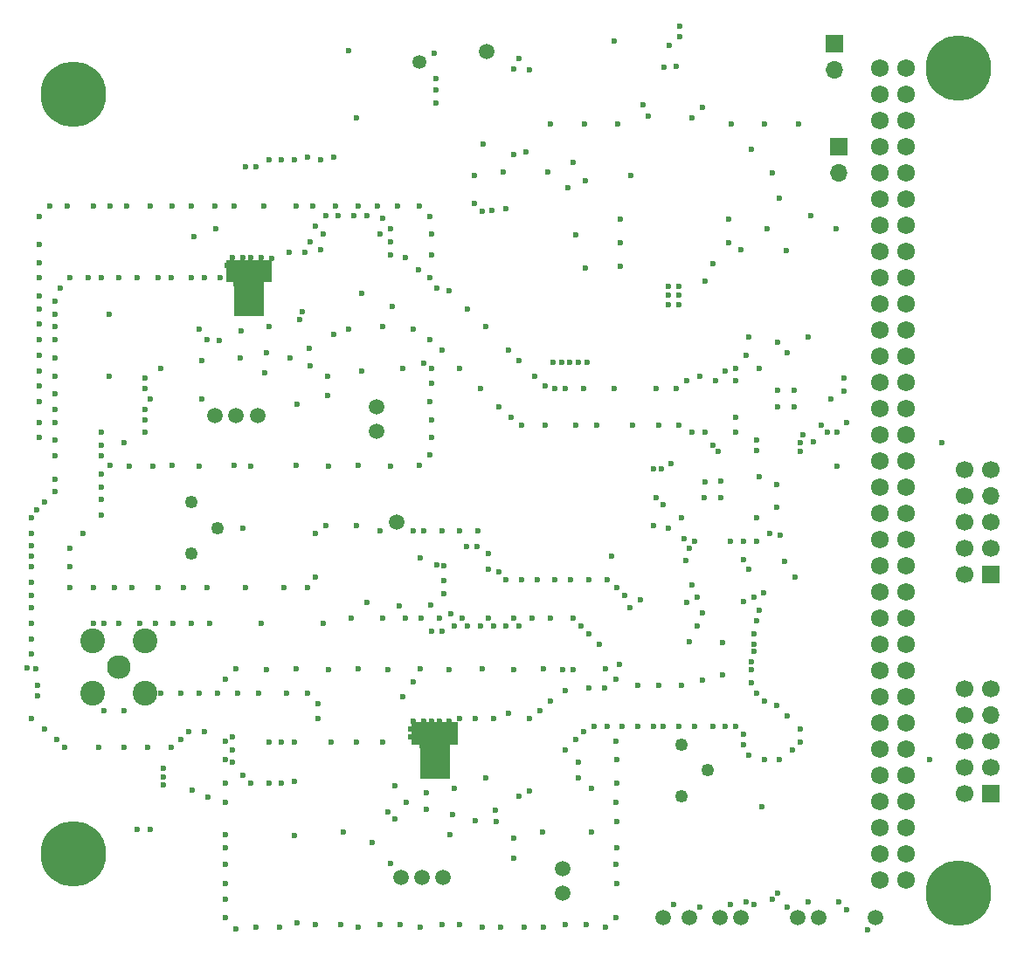
<source format=gbr>
G04 #@! TF.FileFunction,Soldermask,Bot*
%FSLAX46Y46*%
G04 Gerber Fmt 4.6, Leading zero omitted, Abs format (unit mm)*
G04 Created by KiCad (PCBNEW 4.0.7-e2-6376~58~ubuntu16.04.1) date Fri Apr 27 22:58:45 2018*
%MOMM*%
%LPD*%
G01*
G04 APERTURE LIST*
%ADD10C,0.100000*%
%ADD11C,1.500000*%
%ADD12C,1.250000*%
%ADD13R,1.700000X1.700000*%
%ADD14C,1.700000*%
%ADD15O,1.700000X1.700000*%
%ADD16C,1.720000*%
%ADD17C,6.350000*%
%ADD18C,2.400000*%
%ADD19C,2.300000*%
%ADD20C,1.350000*%
%ADD21C,0.600000*%
%ADD22C,0.025400*%
G04 APERTURE END LIST*
D10*
D11*
X189750000Y-145750000D03*
X195250000Y-145750000D03*
X187750000Y-145750000D03*
X182250000Y-145750000D03*
X157580000Y-61820000D03*
X148920000Y-107420000D03*
X174750000Y-145750000D03*
X180250000Y-145750000D03*
X177250000Y-145750000D03*
D12*
X176500000Y-134000000D03*
X179000000Y-131500000D03*
X176500000Y-129000000D03*
D11*
X146960000Y-98620000D03*
X164970000Y-143450000D03*
X133340000Y-97070000D03*
X131280000Y-97070000D03*
X135400000Y-97070000D03*
X146960000Y-96220000D03*
X151350000Y-141900000D03*
X149290000Y-141900000D03*
X153410000Y-141900000D03*
X164970000Y-141050000D03*
D13*
X206500000Y-112500000D03*
D14*
X203960000Y-112500000D03*
X206500000Y-109960000D03*
X203960000Y-109960000D03*
X206500000Y-107420000D03*
X203960000Y-107420000D03*
D15*
X206500000Y-104880000D03*
D14*
X203960000Y-104880000D03*
X206500000Y-102340000D03*
X203960000Y-102340000D03*
D13*
X206500000Y-133750000D03*
D14*
X203960000Y-133750000D03*
X206500000Y-131210000D03*
X203960000Y-131210000D03*
X206500000Y-128670000D03*
X203960000Y-128670000D03*
D15*
X206500000Y-126130000D03*
D14*
X203960000Y-126130000D03*
X206500000Y-123590000D03*
X203960000Y-123590000D03*
D16*
X195690000Y-63410000D03*
X195690000Y-65950000D03*
X195690000Y-68490000D03*
X195690000Y-71030000D03*
X195690000Y-73570000D03*
X195690000Y-76110000D03*
X195690000Y-78650000D03*
X195690000Y-81190000D03*
X195690000Y-83730000D03*
X195690000Y-86270000D03*
X195690000Y-88810000D03*
X195690000Y-91350000D03*
X195690000Y-93890000D03*
X195690000Y-96430000D03*
X195690000Y-98970000D03*
X195690000Y-101510000D03*
X195690000Y-104050000D03*
X195690000Y-106590000D03*
X195690000Y-109130000D03*
X195690000Y-111670000D03*
X195690000Y-114210000D03*
X195690000Y-116750000D03*
X195690000Y-119290000D03*
X195690000Y-121830000D03*
X195690000Y-124370000D03*
X195690000Y-126910000D03*
X195690000Y-129450000D03*
X195690000Y-131990000D03*
X195690000Y-134530000D03*
X195690000Y-137070000D03*
X195690000Y-139610000D03*
X195690000Y-142150000D03*
X198230000Y-63410000D03*
X198230000Y-65950000D03*
X198230000Y-68490000D03*
X198230000Y-71030000D03*
X198230000Y-73570000D03*
X198230000Y-76110000D03*
X198230000Y-78650000D03*
X198230000Y-81190000D03*
X198230000Y-83730000D03*
X198230000Y-86270000D03*
X198230000Y-88810000D03*
X198230000Y-91350000D03*
X198230000Y-93890000D03*
X198230000Y-96430000D03*
X198230000Y-98970000D03*
X198230000Y-101510000D03*
X198230000Y-104050000D03*
X198230000Y-106590000D03*
X198230000Y-109130000D03*
X198230000Y-111670000D03*
X198230000Y-114210000D03*
X198230000Y-116750000D03*
X198230000Y-119290000D03*
X198230000Y-121830000D03*
X198230000Y-124370000D03*
X198230000Y-126910000D03*
X198230000Y-129450000D03*
X198230000Y-131990000D03*
X198230000Y-134530000D03*
X198230000Y-137070000D03*
X198230000Y-139610000D03*
X198230000Y-142150000D03*
D17*
X117580000Y-65950000D03*
X203310000Y-63410000D03*
X203310000Y-143420000D03*
X117580000Y-139610000D03*
D18*
X124460000Y-124040000D03*
X124460000Y-118960000D03*
X119380000Y-118960000D03*
D19*
X121920000Y-121500000D03*
D18*
X119380000Y-124040000D03*
D12*
X129000000Y-110480000D03*
X131500000Y-107980000D03*
X129000000Y-105480000D03*
D13*
X191310000Y-61000000D03*
D15*
X191310000Y-63540000D03*
D13*
X191750000Y-71050000D03*
D15*
X191750000Y-73590000D03*
D20*
X151120000Y-62810000D03*
D21*
X163500000Y-73500000D03*
X136250000Y-121750000D03*
X142250000Y-121750000D03*
X148000000Y-121750000D03*
X142250000Y-102000000D03*
X148250000Y-102000000D03*
X155750000Y-86750000D03*
X157500000Y-88500000D03*
X159250000Y-73500000D03*
X186000000Y-76000000D03*
X152500000Y-62000000D03*
X145000000Y-68250000D03*
X144250000Y-61750000D03*
X132250000Y-128645000D03*
X132250000Y-130500000D03*
X132250000Y-132750000D03*
X132250000Y-134645000D03*
X132250000Y-137750000D03*
X132250000Y-139000000D03*
X132250000Y-140645000D03*
X132250000Y-142500000D03*
X132250000Y-144000000D03*
X132250000Y-145820000D03*
X133275000Y-146845000D03*
X135250000Y-146750000D03*
X137500000Y-146750000D03*
X139250000Y-146250000D03*
X141000000Y-146500000D03*
X143500000Y-146500000D03*
X145150000Y-146691390D03*
X147250000Y-146500000D03*
X149250000Y-146500000D03*
X151150000Y-146691390D03*
X153250000Y-146500000D03*
X155000000Y-146500000D03*
X157150000Y-146691390D03*
X159000000Y-146691390D03*
X161250000Y-146691390D03*
X163150000Y-146691390D03*
X165250000Y-146500000D03*
X167250000Y-146500000D03*
X169125000Y-146691390D03*
X170150000Y-145820000D03*
X170250000Y-142500000D03*
X170150000Y-140645000D03*
X170250000Y-139000000D03*
X170250000Y-136500000D03*
X167750000Y-137500000D03*
X167750000Y-133250000D03*
X170150000Y-134645000D03*
X170250000Y-132750000D03*
X170250000Y-130500000D03*
X170150000Y-128645000D03*
X170150000Y-122670000D03*
X169125000Y-121645000D03*
X166000000Y-121750000D03*
X165000000Y-121750000D03*
X163150000Y-121645000D03*
X160250000Y-121750000D03*
X157150000Y-121645000D03*
X153999990Y-121750000D03*
X151150000Y-121645000D03*
X145150000Y-121645000D03*
X139150000Y-121645000D03*
X133275000Y-121645000D03*
X132250000Y-122670000D03*
X121140000Y-101960000D03*
X123000000Y-102000000D03*
X125250000Y-102000000D03*
X127140000Y-101960000D03*
X129750000Y-102000000D03*
X133140000Y-101960000D03*
X134750000Y-102000000D03*
X139140000Y-101960000D03*
X145140000Y-101960000D03*
X151115000Y-101960000D03*
X152140000Y-100935000D03*
X152250000Y-99246000D03*
X152250000Y-97500000D03*
X152140000Y-95760000D03*
X152250000Y-94000000D03*
X152250000Y-92500000D03*
X152140000Y-89760000D03*
X152250000Y-81500000D03*
X152250000Y-79500000D03*
X152140000Y-77785000D03*
X151115000Y-76760000D03*
X149000000Y-76750000D03*
X147000000Y-76750000D03*
X145140000Y-76760000D03*
X143000000Y-76750000D03*
X140750000Y-76750000D03*
X139140000Y-76760000D03*
X136000000Y-76750000D03*
X133140000Y-76760000D03*
X131250000Y-76750000D03*
X129000000Y-76750000D03*
X127140000Y-76760000D03*
X125000000Y-76750000D03*
X122750000Y-76750000D03*
X121140000Y-76760000D03*
X119500000Y-76750000D03*
X117000000Y-76750000D03*
X115265000Y-76760000D03*
X114240000Y-77785000D03*
X114250000Y-80500000D03*
X114250000Y-82250000D03*
X114240000Y-83760000D03*
X114250000Y-85500000D03*
X114250000Y-86750000D03*
X114250000Y-88250000D03*
X114240000Y-89760000D03*
X114250000Y-91250000D03*
X114250000Y-92750000D03*
X114250000Y-94250000D03*
X114240000Y-95760000D03*
X114250000Y-97750000D03*
X114250000Y-99250000D03*
X151750000Y-135250000D03*
X148750000Y-136250000D03*
X148250000Y-140500000D03*
X146500000Y-138500000D03*
X148000000Y-135500000D03*
X148750000Y-133000000D03*
X143750000Y-137500000D03*
X137750000Y-132750000D03*
X136500000Y-132750000D03*
X134750000Y-132750000D03*
X134000000Y-132000000D03*
X133000000Y-130750000D03*
X133000000Y-129500000D03*
X133000000Y-128250000D03*
X130250000Y-127750000D03*
X128750000Y-127750000D03*
X128000000Y-128500000D03*
X127000000Y-129250000D03*
X124750000Y-129250000D03*
X122500000Y-129250000D03*
X120000000Y-129250000D03*
X116740735Y-129259265D03*
X115990735Y-128509265D03*
X114750000Y-127500000D03*
X136500000Y-128750000D03*
X137750000Y-128750000D03*
X139000000Y-128750000D03*
X147500000Y-128750000D03*
X145000000Y-128750000D03*
X142500000Y-128750000D03*
X141250000Y-126500000D03*
X141250000Y-125000000D03*
X140250000Y-124000000D03*
X138250000Y-124000000D03*
X135500000Y-124000000D03*
X133500000Y-124000000D03*
X131500000Y-124000000D03*
X129750000Y-124000000D03*
X128000000Y-124000000D03*
X126000000Y-124000000D03*
X122500000Y-125750000D03*
X120500000Y-125750000D03*
X145500000Y-85250000D03*
X146000000Y-115250000D03*
X144500000Y-116750000D03*
X141750000Y-117250000D03*
X135750000Y-117250000D03*
X130750000Y-117250000D03*
X129000000Y-117250000D03*
X127250000Y-117250000D03*
X125500000Y-117250000D03*
X124000000Y-117250000D03*
X122000000Y-117250000D03*
X120500000Y-117250000D03*
X119500000Y-117250000D03*
X129750000Y-88750000D03*
X130500000Y-89750000D03*
X133750000Y-91500000D03*
X139750000Y-87000000D03*
X139500000Y-87750000D03*
X153250000Y-90750000D03*
X155000000Y-92500000D03*
X157000000Y-94500000D03*
X158750000Y-96250000D03*
X160000000Y-97250000D03*
X161000000Y-98000000D03*
X163250000Y-98000000D03*
X166250000Y-98000000D03*
X168250000Y-98000000D03*
X171750000Y-98000000D03*
X174250000Y-98000000D03*
X176250000Y-98000000D03*
X181750000Y-98750000D03*
X180750000Y-92750000D03*
X179750000Y-93750000D03*
X177000000Y-93750000D03*
X176000000Y-94500000D03*
X174000000Y-94500000D03*
X170000000Y-94500000D03*
X167000000Y-94500000D03*
X165250000Y-94500000D03*
X164250000Y-94500000D03*
X163250000Y-94250000D03*
X162250000Y-93250000D03*
X160750000Y-91750000D03*
X159750000Y-90750000D03*
X154000000Y-85000000D03*
X152750000Y-84750000D03*
X152140000Y-83760000D03*
X151000000Y-83000000D03*
X149750000Y-81750000D03*
X148250000Y-81500000D03*
X148250000Y-80250000D03*
X148250000Y-79000000D03*
X147500000Y-78000000D03*
X146000000Y-77750000D03*
X144750000Y-77750000D03*
X143250000Y-77750000D03*
X142000000Y-77750000D03*
X141000000Y-78750000D03*
X140500000Y-80250000D03*
X140000000Y-81250000D03*
X138500000Y-81250000D03*
X136750000Y-81900002D03*
X135746445Y-81753555D03*
X134750000Y-81750000D03*
X134000000Y-81750000D03*
X133000000Y-81750000D03*
X132500000Y-82500000D03*
X133250000Y-82500000D03*
X134250000Y-82500000D03*
X135000000Y-82500000D03*
X136000000Y-82500000D03*
X136500000Y-83250000D03*
X135500000Y-83250000D03*
X134750000Y-83250000D03*
X133750000Y-83250000D03*
X132750000Y-83250000D03*
X131750000Y-83750000D03*
X130250000Y-83750000D03*
X129000000Y-83750000D03*
X127000000Y-83750000D03*
X125750000Y-83750000D03*
X123750000Y-83750000D03*
X122000000Y-83750000D03*
X120250000Y-83750000D03*
X119000000Y-83750000D03*
X117250000Y-83750000D03*
X116250000Y-84750000D03*
X115750000Y-86000000D03*
X115750000Y-87250000D03*
X115750000Y-88500000D03*
X115750000Y-89750000D03*
X115750000Y-91500000D03*
X115750000Y-93250000D03*
X115750000Y-95000000D03*
X115750000Y-96500000D03*
X115750000Y-97750000D03*
X115750000Y-99500000D03*
X115750000Y-101000000D03*
X113500000Y-120250000D03*
X113500000Y-118750000D03*
X113500000Y-117250000D03*
X113500000Y-115750000D03*
X113500000Y-114500000D03*
X113500000Y-113250000D03*
X113500000Y-111750000D03*
X113500000Y-110750000D03*
X113500000Y-109750000D03*
X113500000Y-108500000D03*
X113500000Y-107000000D03*
X114000000Y-106250000D03*
X114750000Y-105500000D03*
X115750000Y-104500000D03*
X115750000Y-103250000D03*
X124500000Y-93500000D03*
X124500000Y-94500000D03*
X124500000Y-96500000D03*
X124500000Y-97500000D03*
X124500000Y-98750000D03*
X120250000Y-98750000D03*
X120250000Y-100000000D03*
X120250000Y-101000000D03*
X120250000Y-102750000D03*
X120250000Y-104000000D03*
X120250000Y-105250000D03*
X120250000Y-106750000D03*
X118500000Y-108500000D03*
X117250000Y-110000000D03*
X117250000Y-111750000D03*
X117250000Y-113750000D03*
X119500000Y-113750000D03*
X121500000Y-113750000D03*
X123250000Y-113750000D03*
X125750000Y-113750000D03*
X128250000Y-113750000D03*
X130500000Y-113750000D03*
X134250000Y-113750000D03*
X138000000Y-113750000D03*
X140250000Y-113750000D03*
X140983374Y-112766626D03*
X141000000Y-108500000D03*
X142000000Y-107750000D03*
X145000000Y-107750000D03*
X147250000Y-108250000D03*
X150500000Y-108250000D03*
X151500000Y-108250000D03*
X153250000Y-108250000D03*
X155000000Y-108250000D03*
X156750000Y-108250000D03*
X157750000Y-110500000D03*
X147500000Y-116750000D03*
X149750000Y-116750000D03*
X151250000Y-116750000D03*
X153000000Y-116750000D03*
X157750000Y-112000000D03*
X158750000Y-112250000D03*
X159500000Y-113000000D03*
X161000000Y-113000000D03*
X162500000Y-113000000D03*
X164250000Y-113000000D03*
X165750000Y-113000000D03*
X167500000Y-113000000D03*
X169250000Y-113000000D03*
X170250000Y-113750000D03*
X171000000Y-114500000D03*
X172500000Y-115000000D03*
X177250000Y-110000000D03*
X176941644Y-111191644D03*
X178000000Y-114750000D03*
X182500000Y-109250000D03*
X182500000Y-111111010D03*
X183500000Y-114750000D03*
X183750000Y-117000000D03*
X183500000Y-119250000D03*
X183250000Y-121000000D03*
X183250000Y-121750000D03*
X183250000Y-123000000D03*
X183750000Y-124000000D03*
X184500000Y-124750000D03*
X185750000Y-125250000D03*
X188000000Y-127500000D03*
X188000000Y-128750000D03*
X187250000Y-129500000D03*
X186000000Y-130500000D03*
X184500000Y-130500000D03*
X182500000Y-129000000D03*
X182500000Y-128000000D03*
X181750000Y-127250000D03*
X180750000Y-127250000D03*
X179500000Y-127250000D03*
X177750000Y-127250000D03*
X176250000Y-127250000D03*
X174666999Y-127250000D03*
X173750000Y-127250000D03*
X172250000Y-127250000D03*
X170750000Y-127250000D03*
X169250000Y-127250000D03*
X168000000Y-127250000D03*
X167000000Y-127750000D03*
X166250000Y-128500000D03*
X165250000Y-129500000D03*
X166500000Y-130750000D03*
X166500000Y-132250000D03*
X150497844Y-126747844D03*
X151500000Y-126750000D03*
X152250000Y-126750000D03*
X153000000Y-126750000D03*
X154000000Y-126750000D03*
X154500000Y-127500000D03*
X153500000Y-127500000D03*
X152500000Y-127500000D03*
X151750000Y-127500000D03*
X151000000Y-127500000D03*
X150250000Y-127500000D03*
X150250000Y-128250000D03*
X151250000Y-128250000D03*
X152250000Y-128250000D03*
X153250000Y-128250000D03*
X154250000Y-128250000D03*
X155000000Y-126500000D03*
X156500000Y-126500000D03*
X158250000Y-126500000D03*
X161750000Y-126500000D03*
X162750000Y-125750000D03*
X163750000Y-124750000D03*
X165250000Y-123750000D03*
X167500000Y-123500000D03*
X169000000Y-123500000D03*
X155250000Y-116750000D03*
X157750000Y-116750000D03*
X160250000Y-116750000D03*
X162000000Y-116750000D03*
X163750000Y-116750000D03*
X166000000Y-116750000D03*
X166750000Y-117500000D03*
X167500000Y-118250000D03*
X168500000Y-119250000D03*
X170500000Y-121227000D03*
X178500000Y-122750000D03*
X176500000Y-123250000D03*
X174250000Y-123250000D03*
X172250000Y-123250000D03*
X186500000Y-111250000D03*
X183000000Y-130000000D03*
X186750000Y-126250000D03*
X178000000Y-117500000D03*
X183500000Y-120000000D03*
X183500000Y-118250000D03*
X180445000Y-119125000D03*
X171500000Y-115750000D03*
X177000000Y-115250000D03*
X178250000Y-93250000D03*
X177500000Y-113500000D03*
X183000000Y-112000000D03*
X158500000Y-136500000D03*
X159750000Y-126000000D03*
X122500000Y-99750000D03*
X124985000Y-95485000D03*
X130000000Y-91750000D03*
X130000000Y-95500000D03*
X147500000Y-88500000D03*
X149500000Y-92500000D03*
X150500000Y-88750000D03*
X151500000Y-92000000D03*
X148500000Y-86500000D03*
X147250000Y-79500000D03*
X141750000Y-79500000D03*
X141500000Y-81000000D03*
X180500000Y-122250000D03*
X134000000Y-108000000D03*
X184250000Y-135000000D03*
X159500000Y-117500000D03*
X141500000Y-72250000D03*
X139000000Y-72250000D03*
X174020000Y-105020000D03*
X188000237Y-100558944D03*
X183750000Y-100500000D03*
X134530000Y-85990000D03*
X135255000Y-86715000D03*
X135255000Y-85265000D03*
X133805000Y-85265000D03*
X133805000Y-86715000D03*
X153265000Y-130095000D03*
X153265000Y-131545000D03*
X151815000Y-131545000D03*
X152540000Y-130820000D03*
X151815000Y-130095000D03*
X192500000Y-145000000D03*
X185250000Y-144000000D03*
X183508948Y-144502982D03*
X181250000Y-144500000D03*
X175750000Y-144500000D03*
X157500000Y-132250000D03*
X154500000Y-133250000D03*
X178500000Y-116250000D03*
X177250000Y-119000000D03*
X184000000Y-116000000D03*
X140500000Y-92250000D03*
X136500000Y-88500000D03*
X126000000Y-92500000D03*
X181250000Y-109250000D03*
X177750000Y-109250000D03*
X188750000Y-89500000D03*
X183000000Y-89500000D03*
X187370000Y-96280000D03*
X187370000Y-94680000D03*
X185770000Y-94680000D03*
X185770000Y-96280000D03*
X178690000Y-105060000D03*
X180290000Y-105060000D03*
X180290000Y-103460000D03*
X178750000Y-103500000D03*
X173750000Y-102250000D03*
X173750000Y-107750000D03*
X175250000Y-108000000D03*
X176500000Y-107000000D03*
X185750000Y-106000000D03*
X185750000Y-103750000D03*
X178750000Y-98750000D03*
X177500000Y-98750000D03*
X181750000Y-97250000D03*
X181750000Y-93750000D03*
X192250000Y-94750000D03*
X192250000Y-93500000D03*
X184000000Y-92500000D03*
X182750000Y-91250000D03*
X177500000Y-68250000D03*
X178500000Y-67250000D03*
X172750000Y-67000000D03*
X176000000Y-63250000D03*
X125000000Y-137250000D03*
X113500000Y-126500000D03*
X178250000Y-144750000D03*
X134250000Y-73000000D03*
X152250000Y-118000000D03*
X136500000Y-72250000D03*
X157000000Y-117500000D03*
X154500000Y-117500000D03*
X189000000Y-77750000D03*
X186634898Y-81138344D03*
X185270000Y-73520000D03*
X185810000Y-89960000D03*
X155650000Y-109780000D03*
X156650000Y-109780000D03*
X153450000Y-111680000D03*
X153450000Y-114380000D03*
X153450000Y-113060000D03*
X152750000Y-111580000D03*
X149150000Y-115580000D03*
X154170000Y-116300000D03*
X165950000Y-72540000D03*
X166200000Y-79540000D03*
X167200000Y-82790000D03*
X156450000Y-76540000D03*
X160200000Y-71790000D03*
X161450000Y-71540000D03*
X181050000Y-80340000D03*
X181050000Y-78090000D03*
X170550000Y-82590000D03*
X170550000Y-80340000D03*
X170550000Y-78090000D03*
X187800000Y-68840000D03*
X184550000Y-68840000D03*
X181300000Y-68840000D03*
X163800000Y-68840000D03*
X167050000Y-68840000D03*
X170300000Y-68840000D03*
X182250000Y-81000000D03*
X176300000Y-59310000D03*
X169970000Y-60800000D03*
X190000000Y-98000000D03*
X190638002Y-98750000D03*
X188250000Y-99000000D03*
X189250000Y-99600000D03*
X192500000Y-97750000D03*
X152150000Y-115480000D03*
X151150000Y-110880000D03*
X174750000Y-105760002D03*
X187997018Y-99758948D03*
X183994862Y-102992788D03*
X191550000Y-102030000D03*
X191550000Y-98730000D03*
X188750000Y-144250000D03*
X191750000Y-144250000D03*
X185815687Y-143434313D03*
X182750000Y-144250000D03*
X114110010Y-123250000D03*
X123750000Y-137250000D03*
X142750000Y-72000000D03*
X140250000Y-72000000D03*
X137750000Y-72250000D03*
X135250000Y-73000000D03*
X160750000Y-117500000D03*
X158250000Y-117500000D03*
X155750000Y-117500000D03*
X153250000Y-118000000D03*
X184480000Y-114280000D03*
X182460000Y-115160000D03*
X183750000Y-107000000D03*
X176750000Y-109000000D03*
X179500000Y-100000000D03*
X186750000Y-91000000D03*
X191000000Y-95500000D03*
X183750000Y-99500000D03*
X181750000Y-92500000D03*
X149820000Y-134610000D03*
X142750000Y-89250000D03*
X160750000Y-134000000D03*
X161750000Y-133500000D03*
X163000000Y-137500000D03*
X133820000Y-88880000D03*
X151780000Y-133710000D03*
X175230000Y-84550000D03*
X175230000Y-85420000D03*
X175230000Y-86360000D03*
X176240000Y-86350000D03*
X176240000Y-85420000D03*
X176240000Y-84550000D03*
X139000000Y-137840000D03*
X139000000Y-132560000D03*
X145500000Y-92750000D03*
X144250000Y-88750000D03*
X121000000Y-87250000D03*
X121000000Y-93250000D03*
X183250000Y-71250000D03*
X184750000Y-79000000D03*
X154310000Y-135810000D03*
X158410000Y-135380000D03*
X136300000Y-90980000D03*
X140400000Y-90550000D03*
X160210000Y-138110000D03*
X160210000Y-140010000D03*
X154080000Y-137780000D03*
X156540000Y-136350000D03*
X131720000Y-89780000D03*
X142200000Y-93280000D03*
X142200000Y-95180000D03*
X136070000Y-92950000D03*
X138530000Y-91520000D03*
X149510000Y-124330000D03*
X129240000Y-79720000D03*
X150500000Y-122890000D03*
X131380000Y-79000000D03*
X175500000Y-101750000D03*
X186049265Y-108700735D03*
X174550003Y-102250000D03*
X185000000Y-108500000D03*
X169700000Y-110740000D03*
X191500000Y-79000000D03*
X139250000Y-96000000D03*
X167370000Y-91900000D03*
X166510000Y-91900000D03*
X164030000Y-91900000D03*
X164860000Y-91900000D03*
X165690000Y-91900000D03*
X194500000Y-147000000D03*
X180065687Y-100565687D03*
X183750000Y-109250000D03*
X187500000Y-112750000D03*
X200500000Y-130500000D03*
X130590000Y-134090000D03*
X186750000Y-144750000D03*
X129060000Y-133450000D03*
X157200000Y-77290000D03*
X165450000Y-75040000D03*
X156450000Y-73790000D03*
X167200000Y-74290000D03*
X126294382Y-132939981D03*
X113110000Y-121550000D03*
X113904648Y-121660000D03*
X126300000Y-132140000D03*
X114110010Y-124307208D03*
X126285915Y-131340123D03*
X152720000Y-64400000D03*
X152720000Y-65560000D03*
X152720000Y-66810000D03*
X160250000Y-63500000D03*
X161790000Y-63540000D03*
X160750000Y-62500000D03*
X157250000Y-70750000D03*
X159450000Y-77040000D03*
X158073000Y-77224154D03*
X201750000Y-99750000D03*
X174800000Y-63340000D03*
X173300000Y-68090000D03*
X171550000Y-73840000D03*
X175300000Y-61165002D03*
X179550000Y-82340000D03*
X176300000Y-60340000D03*
X178800000Y-84090000D03*
D22*
G36*
X154727300Y-128909089D02*
X153990000Y-128909089D01*
X153985059Y-128910090D01*
X153980897Y-128912934D01*
X153978169Y-128917173D01*
X153977300Y-128921789D01*
X153977300Y-129279089D01*
X153960000Y-129279089D01*
X153955059Y-129280090D01*
X153950897Y-129282934D01*
X153948169Y-129287173D01*
X153947300Y-129291789D01*
X153947300Y-132229089D01*
X151132700Y-132229089D01*
X151132700Y-129291789D01*
X151131699Y-129286848D01*
X151128855Y-129282686D01*
X151124616Y-129279958D01*
X151120000Y-129279089D01*
X151102700Y-129279089D01*
X151102700Y-128921789D01*
X151101699Y-128916848D01*
X151098855Y-128912686D01*
X151094616Y-128909958D01*
X151090000Y-128909089D01*
X150352700Y-128909089D01*
X150352700Y-126834489D01*
X154727300Y-126834489D01*
X154727300Y-128909089D01*
X154727300Y-128909089D01*
G37*
X154727300Y-128909089D02*
X153990000Y-128909089D01*
X153985059Y-128910090D01*
X153980897Y-128912934D01*
X153978169Y-128917173D01*
X153977300Y-128921789D01*
X153977300Y-129279089D01*
X153960000Y-129279089D01*
X153955059Y-129280090D01*
X153950897Y-129282934D01*
X153948169Y-129287173D01*
X153947300Y-129291789D01*
X153947300Y-132229089D01*
X151132700Y-132229089D01*
X151132700Y-129291789D01*
X151131699Y-129286848D01*
X151128855Y-129282686D01*
X151124616Y-129279958D01*
X151120000Y-129279089D01*
X151102700Y-129279089D01*
X151102700Y-128921789D01*
X151101699Y-128916848D01*
X151098855Y-128912686D01*
X151094616Y-128909958D01*
X151090000Y-128909089D01*
X150352700Y-128909089D01*
X150352700Y-126834489D01*
X154727300Y-126834489D01*
X154727300Y-128909089D01*
G36*
X136717300Y-84079089D02*
X135980000Y-84079089D01*
X135975059Y-84080090D01*
X135970897Y-84082934D01*
X135968169Y-84087173D01*
X135967300Y-84091789D01*
X135967300Y-84449089D01*
X135950000Y-84449089D01*
X135945059Y-84450090D01*
X135940897Y-84452934D01*
X135938169Y-84457173D01*
X135937300Y-84461789D01*
X135937300Y-87399089D01*
X133122700Y-87399089D01*
X133122700Y-84461789D01*
X133121699Y-84456848D01*
X133118855Y-84452686D01*
X133114616Y-84449958D01*
X133110000Y-84449089D01*
X133092700Y-84449089D01*
X133092700Y-84091789D01*
X133091699Y-84086848D01*
X133088855Y-84082686D01*
X133084616Y-84079958D01*
X133080000Y-84079089D01*
X132342700Y-84079089D01*
X132342700Y-82004489D01*
X136717300Y-82004489D01*
X136717300Y-84079089D01*
X136717300Y-84079089D01*
G37*
X136717300Y-84079089D02*
X135980000Y-84079089D01*
X135975059Y-84080090D01*
X135970897Y-84082934D01*
X135968169Y-84087173D01*
X135967300Y-84091789D01*
X135967300Y-84449089D01*
X135950000Y-84449089D01*
X135945059Y-84450090D01*
X135940897Y-84452934D01*
X135938169Y-84457173D01*
X135937300Y-84461789D01*
X135937300Y-87399089D01*
X133122700Y-87399089D01*
X133122700Y-84461789D01*
X133121699Y-84456848D01*
X133118855Y-84452686D01*
X133114616Y-84449958D01*
X133110000Y-84449089D01*
X133092700Y-84449089D01*
X133092700Y-84091789D01*
X133091699Y-84086848D01*
X133088855Y-84082686D01*
X133084616Y-84079958D01*
X133080000Y-84079089D01*
X132342700Y-84079089D01*
X132342700Y-82004489D01*
X136717300Y-82004489D01*
X136717300Y-84079089D01*
M02*

</source>
